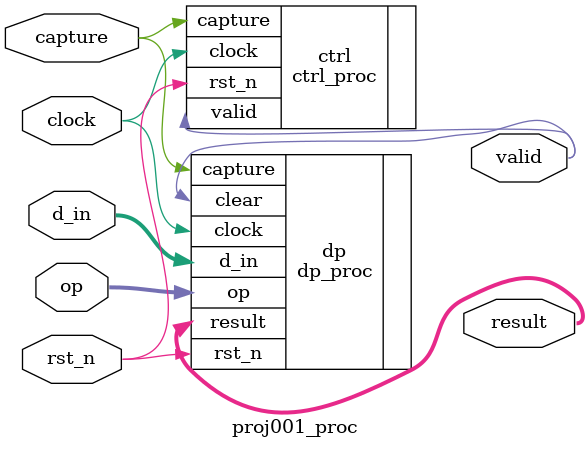
<source format=v>
module proj001_proc (
  input rst_n, clock,
  input capture,
  input [1:0] op,
  input [3:0] d_in,
  output [4:0] result,
  output valid
);

  dp_proc dp (
    .rst_n( rst_n ),
    .clock( clock ),
    .d_in( d_in ),
    .capture( capture ),
    .op( op ),
    .clear( valid ),
    .result( result )
  );

  ctrl_proc ctrl (
    .rst_n( rst_n ),
    .clock( clock ),
    .capture( capture ),
    .valid( valid )
  );

endmodule

</source>
